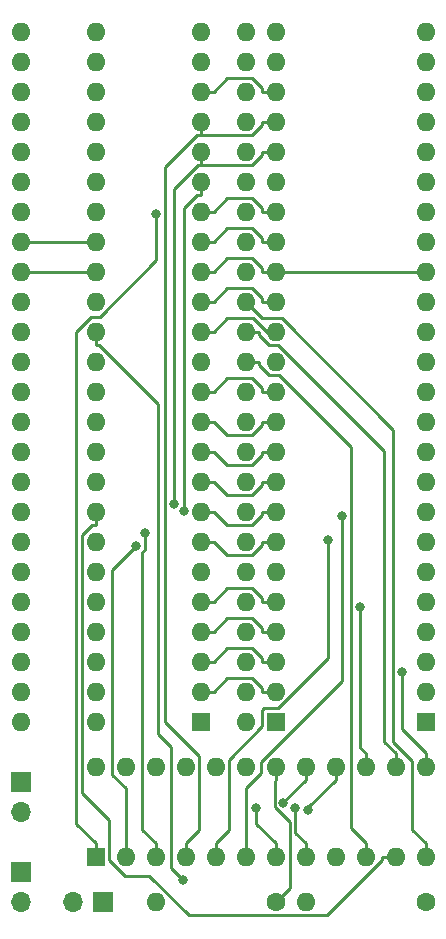
<source format=gtl>
G04 #@! TF.GenerationSoftware,KiCad,Pcbnew,(6.0.5)*
G04 #@! TF.CreationDate,2022-07-17T20:37:41+02:00*
G04 #@! TF.ProjectId,c128-mmu-exp,63313238-2d6d-46d7-952d-6578702e6b69,rev?*
G04 #@! TF.SameCoordinates,Original*
G04 #@! TF.FileFunction,Copper,L1,Top*
G04 #@! TF.FilePolarity,Positive*
%FSLAX46Y46*%
G04 Gerber Fmt 4.6, Leading zero omitted, Abs format (unit mm)*
G04 Created by KiCad (PCBNEW (6.0.5)) date 2022-07-17 20:37:41*
%MOMM*%
%LPD*%
G01*
G04 APERTURE LIST*
G04 #@! TA.AperFunction,ComponentPad*
%ADD10C,1.600000*%
G04 #@! TD*
G04 #@! TA.AperFunction,ComponentPad*
%ADD11O,1.600000X1.600000*%
G04 #@! TD*
G04 #@! TA.AperFunction,ComponentPad*
%ADD12R,1.700000X1.700000*%
G04 #@! TD*
G04 #@! TA.AperFunction,ComponentPad*
%ADD13O,1.700000X1.700000*%
G04 #@! TD*
G04 #@! TA.AperFunction,ComponentPad*
%ADD14R,1.600000X1.600000*%
G04 #@! TD*
G04 #@! TA.AperFunction,ViaPad*
%ADD15C,0.800000*%
G04 #@! TD*
G04 #@! TA.AperFunction,Conductor*
%ADD16C,0.250000*%
G04 #@! TD*
G04 APERTURE END LIST*
D10*
X116840000Y-101600000D03*
D11*
X106680000Y-101600000D03*
D12*
X82550000Y-99060000D03*
D13*
X82550000Y-101600000D03*
D14*
X104145000Y-86350000D03*
D11*
X104145000Y-83810000D03*
X104145000Y-81270000D03*
X104145000Y-78730000D03*
X104145000Y-76190000D03*
X104145000Y-73650000D03*
X104145000Y-71110000D03*
X104145000Y-68570000D03*
X104145000Y-66030000D03*
X104145000Y-63490000D03*
X104145000Y-60950000D03*
X104145000Y-58410000D03*
X104145000Y-55870000D03*
X104145000Y-53330000D03*
X104145000Y-50790000D03*
X104145000Y-48250000D03*
X104145000Y-45710000D03*
X104145000Y-43170000D03*
X104145000Y-40630000D03*
X104145000Y-38090000D03*
X104145000Y-35550000D03*
X104145000Y-33010000D03*
X104145000Y-30470000D03*
X104145000Y-27930000D03*
X88905000Y-27930000D03*
X88905000Y-30470000D03*
X88905000Y-33010000D03*
X88905000Y-35550000D03*
X88905000Y-38090000D03*
X88905000Y-40630000D03*
X88905000Y-43170000D03*
X88905000Y-45710000D03*
X88905000Y-48250000D03*
X88905000Y-50790000D03*
X88905000Y-53330000D03*
X88905000Y-55870000D03*
X88905000Y-58410000D03*
X88905000Y-60950000D03*
X88905000Y-63490000D03*
X88905000Y-66030000D03*
X88905000Y-68570000D03*
X88905000Y-71110000D03*
X88905000Y-73650000D03*
X88905000Y-76190000D03*
X88905000Y-78730000D03*
X88905000Y-81270000D03*
X88905000Y-83810000D03*
X88905000Y-86350000D03*
D14*
X97795000Y-86350000D03*
D11*
X97795000Y-83810000D03*
X97795000Y-81270000D03*
X97795000Y-78730000D03*
X97795000Y-76190000D03*
X97795000Y-73650000D03*
X97795000Y-71110000D03*
X97795000Y-68570000D03*
X97795000Y-66030000D03*
X97795000Y-63490000D03*
X97795000Y-60950000D03*
X97795000Y-58410000D03*
X97795000Y-55870000D03*
X97795000Y-53330000D03*
X97795000Y-50790000D03*
X97795000Y-48250000D03*
X97795000Y-45710000D03*
X97795000Y-43170000D03*
X97795000Y-40630000D03*
X97795000Y-38090000D03*
X97795000Y-35550000D03*
X97795000Y-33010000D03*
X97795000Y-30470000D03*
X97795000Y-27930000D03*
X82555000Y-27930000D03*
X82555000Y-30470000D03*
X82555000Y-33010000D03*
X82555000Y-35550000D03*
X82555000Y-38090000D03*
X82555000Y-40630000D03*
X82555000Y-43170000D03*
X82555000Y-45710000D03*
X82555000Y-48250000D03*
X82555000Y-50790000D03*
X82555000Y-53330000D03*
X82555000Y-55870000D03*
X82555000Y-58410000D03*
X82555000Y-60950000D03*
X82555000Y-63490000D03*
X82555000Y-66030000D03*
X82555000Y-68570000D03*
X82555000Y-71110000D03*
X82555000Y-73650000D03*
X82555000Y-76190000D03*
X82555000Y-78730000D03*
X82555000Y-81270000D03*
X82555000Y-83810000D03*
X82555000Y-86350000D03*
D10*
X104140000Y-101600000D03*
D11*
X93980000Y-101600000D03*
D14*
X116845000Y-86350000D03*
D11*
X116845000Y-83810000D03*
X116845000Y-81270000D03*
X116845000Y-78730000D03*
X116845000Y-76190000D03*
X116845000Y-73650000D03*
X116845000Y-71110000D03*
X116845000Y-68570000D03*
X116845000Y-66030000D03*
X116845000Y-63490000D03*
X116845000Y-60950000D03*
X116845000Y-58410000D03*
X116845000Y-55870000D03*
X116845000Y-53330000D03*
X116845000Y-50790000D03*
X116845000Y-48250000D03*
X116845000Y-45710000D03*
X116845000Y-43170000D03*
X116845000Y-40630000D03*
X116845000Y-38090000D03*
X116845000Y-35550000D03*
X116845000Y-33010000D03*
X116845000Y-30470000D03*
X116845000Y-27930000D03*
X101605000Y-27930000D03*
X101605000Y-30470000D03*
X101605000Y-33010000D03*
X101605000Y-35550000D03*
X101605000Y-38090000D03*
X101605000Y-40630000D03*
X101605000Y-43170000D03*
X101605000Y-45710000D03*
X101605000Y-48250000D03*
X101605000Y-50790000D03*
X101605000Y-53330000D03*
X101605000Y-55870000D03*
X101605000Y-58410000D03*
X101605000Y-60950000D03*
X101605000Y-63490000D03*
X101605000Y-66030000D03*
X101605000Y-68570000D03*
X101605000Y-71110000D03*
X101605000Y-73650000D03*
X101605000Y-76190000D03*
X101605000Y-78730000D03*
X101605000Y-81270000D03*
X101605000Y-83810000D03*
X101605000Y-86350000D03*
D12*
X82550000Y-91440000D03*
D13*
X82550000Y-93980000D03*
D12*
X89540000Y-101600000D03*
D13*
X87000000Y-101600000D03*
D14*
X88895000Y-97780000D03*
D11*
X91435000Y-97780000D03*
X93975000Y-97780000D03*
X96515000Y-97780000D03*
X99055000Y-97780000D03*
X101595000Y-97780000D03*
X104135000Y-97780000D03*
X106675000Y-97780000D03*
X109215000Y-97780000D03*
X111755000Y-97780000D03*
X114295000Y-97780000D03*
X116835000Y-97780000D03*
X116835000Y-90160000D03*
X114295000Y-90160000D03*
X111755000Y-90160000D03*
X109215000Y-90160000D03*
X106675000Y-90160000D03*
X104135000Y-90160000D03*
X101595000Y-90160000D03*
X99055000Y-90160000D03*
X96515000Y-90160000D03*
X93975000Y-90160000D03*
X91435000Y-90160000D03*
X88895000Y-90160000D03*
D15*
X94031200Y-43392900D03*
X96386100Y-68481600D03*
X92300400Y-71509000D03*
X95546100Y-67906400D03*
X93038900Y-70413600D03*
X96301800Y-99760500D03*
X114810200Y-82121500D03*
X111261800Y-76635300D03*
X105786700Y-93694000D03*
X102478500Y-93646100D03*
X104800400Y-93252900D03*
X106897900Y-93839300D03*
X108599900Y-70993600D03*
X109715700Y-68923300D03*
D16*
X103019700Y-83528700D02*
X102175700Y-82684700D01*
X102175700Y-82684700D02*
X100045600Y-82684700D01*
X100045600Y-82684700D02*
X98920300Y-83810000D01*
X104145000Y-83810000D02*
X103019700Y-83810000D01*
X97795000Y-83810000D02*
X98920300Y-83810000D01*
X103019700Y-83810000D02*
X103019700Y-83528700D01*
X116845000Y-48250000D02*
X104145000Y-48250000D01*
X103019700Y-48250000D02*
X103019700Y-47968600D01*
X104145000Y-48250000D02*
X103019700Y-48250000D01*
X100045600Y-47124700D02*
X98920300Y-48250000D01*
X97795000Y-48250000D02*
X98920300Y-48250000D01*
X103019700Y-47968600D02*
X102175800Y-47124700D01*
X102175800Y-47124700D02*
X100045600Y-47124700D01*
X103019700Y-45428700D02*
X102175700Y-44584700D01*
X103019700Y-45710000D02*
X103019700Y-45428700D01*
X97795000Y-45710000D02*
X98920300Y-45710000D01*
X100045600Y-44584700D02*
X98920300Y-45710000D01*
X104145000Y-45710000D02*
X103019700Y-45710000D01*
X102175700Y-44584700D02*
X100045600Y-44584700D01*
X88895000Y-97780000D02*
X88895000Y-96654700D01*
X87268400Y-95028100D02*
X87268400Y-53334800D01*
X94031200Y-47274600D02*
X94031200Y-43392900D01*
X88895000Y-96654700D02*
X87268400Y-95028100D01*
X100045600Y-42044700D02*
X102175800Y-42044700D01*
X87268400Y-53334800D02*
X88543200Y-52060000D01*
X89245800Y-52060000D02*
X94031200Y-47274600D01*
X98920300Y-43170000D02*
X100045600Y-42044700D01*
X103019700Y-42888600D02*
X103019700Y-43170000D01*
X88543200Y-52060000D02*
X89245800Y-52060000D01*
X104145000Y-43170000D02*
X103019700Y-43170000D01*
X97795000Y-43170000D02*
X98920300Y-43170000D01*
X102175800Y-42044700D02*
X103019700Y-42888600D01*
X96386100Y-42882900D02*
X97513700Y-41755300D01*
X91435000Y-91994800D02*
X90275000Y-90834800D01*
X90275000Y-90834800D02*
X90275000Y-73534400D01*
X96386100Y-68481600D02*
X96386100Y-42882900D01*
X97513700Y-41755300D02*
X97795000Y-41755300D01*
X91435000Y-97780000D02*
X91435000Y-91994800D01*
X90275000Y-73534400D02*
X92300400Y-71509000D01*
X97795000Y-40630000D02*
X97795000Y-41755300D01*
X92838800Y-95518500D02*
X92838800Y-71996400D01*
X93038900Y-71796300D02*
X93038900Y-70413600D01*
X102175800Y-39215300D02*
X103019700Y-38371400D01*
X103019700Y-38371400D02*
X103019700Y-38090000D01*
X104145000Y-38090000D02*
X103019700Y-38090000D01*
X92838800Y-71996400D02*
X93038900Y-71796300D01*
X93975000Y-96654700D02*
X92838800Y-95518500D01*
X95546100Y-67906400D02*
X95546100Y-41232400D01*
X97795000Y-39215300D02*
X102175800Y-39215300D01*
X95546100Y-41232400D02*
X97563200Y-39215300D01*
X97563200Y-39215300D02*
X97795000Y-39215300D01*
X93975000Y-97780000D02*
X93975000Y-96654700D01*
X97795000Y-38090000D02*
X97795000Y-39215300D01*
X96515000Y-97780000D02*
X96515000Y-96654700D01*
X97513700Y-36675300D02*
X97795000Y-36675300D01*
X104145000Y-35550000D02*
X103019700Y-35550000D01*
X103019700Y-35550000D02*
X103019700Y-35831400D01*
X97795000Y-35550000D02*
X97795000Y-36675300D01*
X96515000Y-96654700D02*
X97670300Y-95499400D01*
X103019700Y-35831400D02*
X102175800Y-36675300D01*
X102175800Y-36675300D02*
X97795000Y-36675300D01*
X97670300Y-89256600D02*
X94807400Y-86393700D01*
X97670300Y-95499400D02*
X97670300Y-89256600D01*
X94807400Y-39381600D02*
X97513700Y-36675300D01*
X94807400Y-86393700D02*
X94807400Y-39381600D01*
X100045600Y-31884700D02*
X98920300Y-33010000D01*
X97795000Y-33010000D02*
X98920300Y-33010000D01*
X104145000Y-33010000D02*
X103019700Y-33010000D01*
X102175700Y-31884700D02*
X100045600Y-31884700D01*
X103019700Y-33010000D02*
X103019700Y-32728700D01*
X103019700Y-32728700D02*
X102175700Y-31884700D01*
X82555000Y-45710000D02*
X88905000Y-45710000D01*
X88905000Y-48250000D02*
X82555000Y-48250000D01*
X88905000Y-53330000D02*
X88905000Y-54455300D01*
X94207100Y-59476100D02*
X89186300Y-54455300D01*
X94207100Y-87417900D02*
X94207100Y-59476100D01*
X95245000Y-98703700D02*
X95245000Y-88455800D01*
X95245000Y-88455800D02*
X94207100Y-87417900D01*
X89186300Y-54455300D02*
X88905000Y-54455300D01*
X96301800Y-99760500D02*
X95245000Y-98703700D01*
X103574200Y-56995300D02*
X102730300Y-56151400D01*
X110482900Y-95382600D02*
X110482900Y-63082600D01*
X111755000Y-97780000D02*
X111755000Y-96654700D01*
X110482900Y-63082600D02*
X104395600Y-56995300D01*
X101605000Y-55870000D02*
X102730300Y-55870000D01*
X102730300Y-56151400D02*
X102730300Y-55870000D01*
X111755000Y-96654700D02*
X110482900Y-95382600D01*
X104395600Y-56995300D02*
X103574200Y-56995300D01*
X113169700Y-97780000D02*
X113169700Y-98061300D01*
X93444100Y-99407000D02*
X91416900Y-99407000D01*
X108497700Y-102733300D02*
X96770400Y-102733300D01*
X87753200Y-70565800D02*
X88623700Y-69695300D01*
X114295000Y-97780000D02*
X113169700Y-97780000D01*
X88623700Y-69695300D02*
X88905000Y-69695300D01*
X87753200Y-92348700D02*
X87753200Y-70565800D01*
X113169700Y-98061300D02*
X108497700Y-102733300D01*
X91416900Y-99407000D02*
X90050000Y-98040100D01*
X90050000Y-94645500D02*
X87753200Y-92348700D01*
X90050000Y-98040100D02*
X90050000Y-94645500D01*
X88905000Y-68570000D02*
X88905000Y-69695300D01*
X96770400Y-102733300D02*
X93444100Y-99407000D01*
X116835000Y-90160000D02*
X116835000Y-89034700D01*
X116835000Y-89034700D02*
X114810200Y-87009900D01*
X114810200Y-87009900D02*
X114810200Y-82121500D01*
X113335500Y-88075300D02*
X113335600Y-88075300D01*
X102730300Y-53330000D02*
X102730300Y-53611400D01*
X113335500Y-63422600D02*
X113335500Y-88075300D01*
X113335600Y-88075300D02*
X114295000Y-89034700D01*
X104368200Y-54455300D02*
X113335500Y-63422600D01*
X101605000Y-53330000D02*
X102730300Y-53330000D01*
X102730300Y-53611400D02*
X103574200Y-54455300D01*
X114295000Y-90160000D02*
X114295000Y-89034700D01*
X103574200Y-54455300D02*
X104368200Y-54455300D01*
X111755000Y-89034700D02*
X111261800Y-88541500D01*
X111755000Y-90160000D02*
X111755000Y-89034700D01*
X111261800Y-88541500D02*
X111261800Y-76635300D01*
X106675000Y-97780000D02*
X106675000Y-96654700D01*
X106675000Y-96654700D02*
X105786700Y-95766400D01*
X105786700Y-95766400D02*
X105786700Y-93694000D01*
X104135000Y-97780000D02*
X104135000Y-96654700D01*
X102478500Y-94998200D02*
X102478500Y-93646100D01*
X104135000Y-96654700D02*
X102478500Y-94998200D01*
X106675000Y-90160000D02*
X106675000Y-91285300D01*
X106675000Y-91285300D02*
X104800400Y-93159900D01*
X104800400Y-93159900D02*
X104800400Y-93252900D01*
X109215000Y-91285300D02*
X106897900Y-93602400D01*
X109215000Y-90160000D02*
X109215000Y-91285300D01*
X106897900Y-93602400D02*
X106897900Y-93839300D01*
X98920300Y-81270000D02*
X100045600Y-80144700D01*
X103019700Y-80988600D02*
X103019700Y-81270000D01*
X100045600Y-80144700D02*
X102175800Y-80144700D01*
X102175800Y-80144700D02*
X103019700Y-80988600D01*
X104145000Y-81270000D02*
X103019700Y-81270000D01*
X97795000Y-81270000D02*
X98920300Y-81270000D01*
X97795000Y-78730000D02*
X98920300Y-78730000D01*
X98920300Y-78730000D02*
X100045600Y-77604700D01*
X102175800Y-77604700D02*
X103019700Y-78448600D01*
X100045600Y-77604700D02*
X102175800Y-77604700D01*
X104145000Y-78730000D02*
X103019700Y-78730000D01*
X103019700Y-78448600D02*
X103019700Y-78730000D01*
X104145000Y-76190000D02*
X103019700Y-76190000D01*
X102175800Y-75064700D02*
X103019700Y-75908600D01*
X103019700Y-75908600D02*
X103019700Y-76190000D01*
X98920300Y-76190000D02*
X100045600Y-75064700D01*
X100045600Y-75064700D02*
X102175800Y-75064700D01*
X97795000Y-76190000D02*
X98920300Y-76190000D01*
X97795000Y-71110000D02*
X98920300Y-71110000D01*
X103019700Y-71391400D02*
X103019700Y-71110000D01*
X100045600Y-72235300D02*
X102175800Y-72235300D01*
X102175800Y-72235300D02*
X103019700Y-71391400D01*
X98920300Y-71110000D02*
X100045600Y-72235300D01*
X104145000Y-71110000D02*
X103019700Y-71110000D01*
X100045600Y-69695300D02*
X102175800Y-69695300D01*
X103019700Y-68851400D02*
X103019700Y-68570000D01*
X98920300Y-68570000D02*
X100045600Y-69695300D01*
X104145000Y-68570000D02*
X103019700Y-68570000D01*
X97795000Y-68570000D02*
X98920300Y-68570000D01*
X102175800Y-69695300D02*
X103019700Y-68851400D01*
X102175800Y-67155300D02*
X103019700Y-66311400D01*
X97795000Y-66030000D02*
X98920300Y-66030000D01*
X100045600Y-67155300D02*
X102175800Y-67155300D01*
X104145000Y-66030000D02*
X103019700Y-66030000D01*
X98920300Y-66030000D02*
X100045600Y-67155300D01*
X103019700Y-66311400D02*
X103019700Y-66030000D01*
X98920300Y-63490000D02*
X100045600Y-64615300D01*
X103019700Y-63771400D02*
X103019700Y-63490000D01*
X97795000Y-63490000D02*
X98920300Y-63490000D01*
X100045600Y-64615300D02*
X102175800Y-64615300D01*
X102175800Y-64615300D02*
X103019700Y-63771400D01*
X104145000Y-63490000D02*
X103019700Y-63490000D01*
X104145000Y-60950000D02*
X103019700Y-60950000D01*
X102175800Y-62075300D02*
X103019700Y-61231400D01*
X97795000Y-60950000D02*
X98920300Y-60950000D01*
X100045600Y-62075300D02*
X102175800Y-62075300D01*
X98920300Y-60950000D02*
X100045600Y-62075300D01*
X103019700Y-61231400D02*
X103019700Y-60950000D01*
X97795000Y-58410000D02*
X98920300Y-58410000D01*
X104145000Y-58410000D02*
X103019700Y-58410000D01*
X102175800Y-57284700D02*
X103019700Y-58128600D01*
X103019700Y-58128600D02*
X103019700Y-58410000D01*
X100045600Y-57284700D02*
X102175800Y-57284700D01*
X98920300Y-58410000D02*
X100045600Y-57284700D01*
X97795000Y-53330000D02*
X98920300Y-53330000D01*
X102229900Y-52192700D02*
X103367200Y-53330000D01*
X98920300Y-53330000D02*
X100057600Y-52192700D01*
X103367200Y-53330000D02*
X104145000Y-53330000D01*
X100057600Y-52192700D02*
X102229900Y-52192700D01*
X104145000Y-50790000D02*
X103019700Y-50790000D01*
X97795000Y-50790000D02*
X98920300Y-50790000D01*
X98920300Y-50790000D02*
X100045600Y-49664700D01*
X103019700Y-50508600D02*
X103019700Y-50790000D01*
X100045600Y-49664700D02*
X102175800Y-49664700D01*
X102175800Y-49664700D02*
X103019700Y-50508600D01*
X115709700Y-95529400D02*
X115709700Y-89679700D01*
X114084800Y-88054800D02*
X114084800Y-61631900D01*
X103019600Y-52204600D02*
X101605000Y-50790000D01*
X114084800Y-61631900D02*
X104657500Y-52204600D01*
X116835000Y-97780000D02*
X116835000Y-96654700D01*
X104657500Y-52204600D02*
X103019600Y-52204600D01*
X116835000Y-96654700D02*
X115709700Y-95529400D01*
X115709700Y-89679700D02*
X114084800Y-88054800D01*
X103019600Y-86735600D02*
X103019600Y-85347600D01*
X100180300Y-89574900D02*
X103019600Y-86735600D01*
X103019600Y-85347600D02*
X103142600Y-85224600D01*
X99055000Y-97780000D02*
X99055000Y-96654700D01*
X103142600Y-85224600D02*
X104339500Y-85224600D01*
X104339500Y-85224600D02*
X108599900Y-80964200D01*
X108599900Y-80964200D02*
X108599900Y-70993600D01*
X100180300Y-95529400D02*
X100180300Y-89574900D01*
X99055000Y-96654700D02*
X100180300Y-95529400D01*
X101595000Y-96654700D02*
X101595000Y-91960200D01*
X101595000Y-91960200D02*
X102865000Y-90690200D01*
X109715700Y-82908400D02*
X109715700Y-68923300D01*
X102865000Y-89759100D02*
X109715700Y-82908400D01*
X102865000Y-90690200D02*
X102865000Y-89759100D01*
X101595000Y-97780000D02*
X101595000Y-96654700D01*
X104135000Y-90160000D02*
X104135000Y-91285300D01*
X104135000Y-91285300D02*
X104075100Y-91345200D01*
X105325900Y-100414100D02*
X104140000Y-101600000D01*
X105325900Y-94804100D02*
X105325900Y-100414100D01*
X104075100Y-93553300D02*
X105325900Y-94804100D01*
X104075100Y-91345200D02*
X104075100Y-93553300D01*
M02*

</source>
